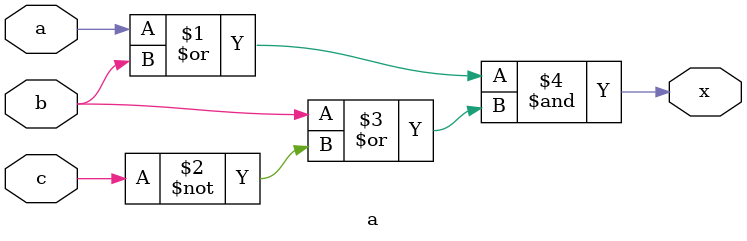
<source format=sv>
module a (
    input a, b, c,
    output x
);

assign x = (a | b) & (b | ~c);
    
endmodule
</source>
